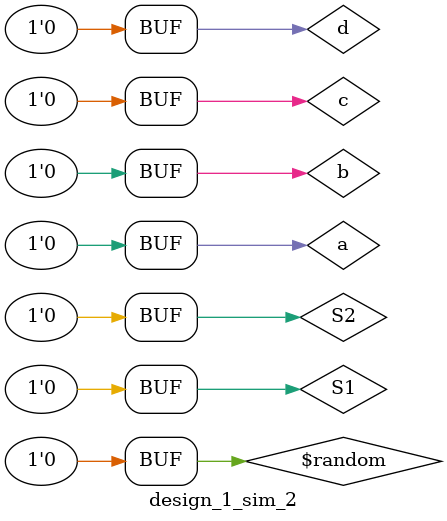
<source format=v>
`timescale 1ns / 1ps

module design_1_sim_2(

    );
    parameter size = 10000;
    reg a = 0;
    reg b = 0;
    reg c = 0;
    reg d = 0;
    reg S1 = 0;
    reg S2 = 0;
    wire e;
    design_1 u(.a(a),.b(b),.c(c),.d(d),.S1(S1),.S2(S2),.e(e));
    initial begin
        a = 'd0;
        b = 'd0;
        c = 'd0;
        d = 'd0;
        S1 = 'd0;
        S2 = 'd0;
        repeat(size)
        begin
            #10
            a = $random;
            b = $random;
            c = $random;
            d = $random;
            S1 = $random;
            S2 = $random;
        end
    end
endmodule

</source>
